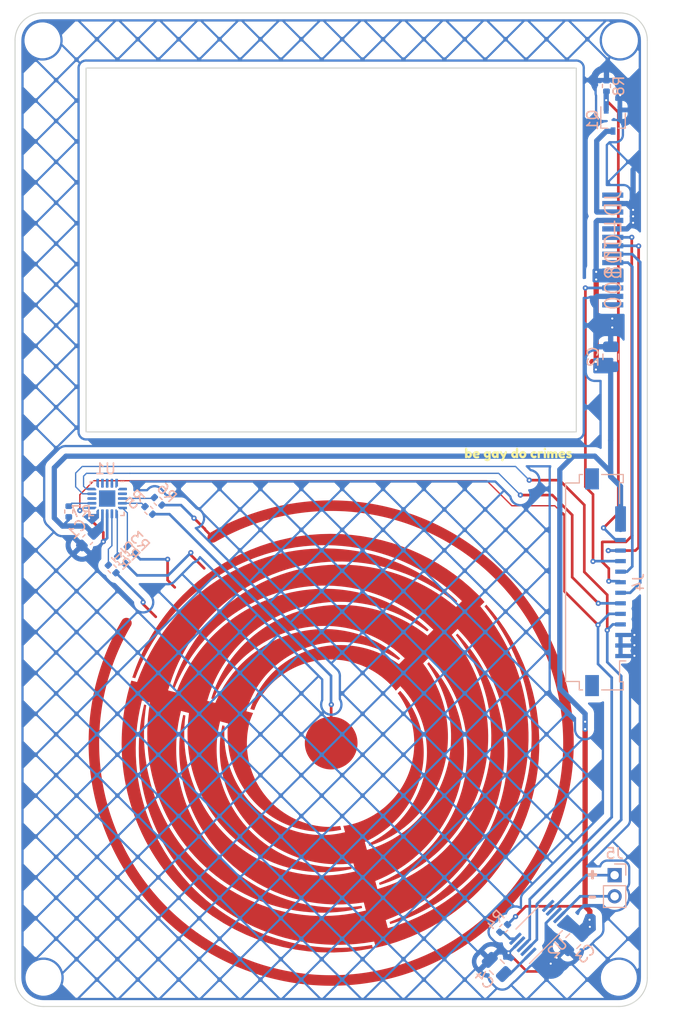
<source format=kicad_pcb>
(kicad_pcb (version 20221018) (generator pcbnew)

  (general
    (thickness 1.6)
  )

  (paper "A4")
  (layers
    (0 "F.Cu" signal)
    (31 "B.Cu" signal)
    (32 "B.Adhes" user "B.Adhesive")
    (33 "F.Adhes" user "F.Adhesive")
    (34 "B.Paste" user)
    (35 "F.Paste" user)
    (36 "B.SilkS" user "B.Silkscreen")
    (37 "F.SilkS" user "F.Silkscreen")
    (38 "B.Mask" user)
    (39 "F.Mask" user)
    (40 "Dwgs.User" user "User.Drawings")
    (41 "Cmts.User" user "User.Comments")
    (42 "Eco1.User" user "User.Eco1")
    (43 "Eco2.User" user "User.Eco2")
    (44 "Edge.Cuts" user)
    (45 "Margin" user)
    (46 "B.CrtYd" user "B.Courtyard")
    (47 "F.CrtYd" user "F.Courtyard")
    (48 "B.Fab" user)
    (49 "F.Fab" user)
    (50 "User.1" user)
    (51 "User.2" user)
    (52 "User.3" user)
    (53 "User.4" user)
    (54 "User.5" user)
    (55 "User.6" user)
    (56 "User.7" user)
    (57 "User.8" user)
    (58 "User.9" user)
  )

  (setup
    (stackup
      (layer "F.SilkS" (type "Top Silk Screen"))
      (layer "F.Paste" (type "Top Solder Paste"))
      (layer "F.Mask" (type "Top Solder Mask") (thickness 0.01))
      (layer "F.Cu" (type "copper") (thickness 0.035))
      (layer "dielectric 1" (type "core") (thickness 1.51) (material "FR4") (epsilon_r 4.5) (loss_tangent 0.02))
      (layer "B.Cu" (type "copper") (thickness 0.035))
      (layer "B.Mask" (type "Bottom Solder Mask") (thickness 0.01))
      (layer "B.Paste" (type "Bottom Solder Paste"))
      (layer "B.SilkS" (type "Bottom Silk Screen"))
      (copper_finish "None")
      (dielectric_constraints no)
    )
    (pad_to_mask_clearance 0)
    (pcbplotparams
      (layerselection 0x00010fc_ffffffff)
      (plot_on_all_layers_selection 0x0000000_00000000)
      (disableapertmacros false)
      (usegerberextensions false)
      (usegerberattributes true)
      (usegerberadvancedattributes true)
      (creategerberjobfile true)
      (dashed_line_dash_ratio 12.000000)
      (dashed_line_gap_ratio 3.000000)
      (svgprecision 6)
      (plotframeref false)
      (viasonmask false)
      (mode 1)
      (useauxorigin false)
      (hpglpennumber 1)
      (hpglpenspeed 20)
      (hpglpendiameter 15.000000)
      (dxfpolygonmode true)
      (dxfimperialunits true)
      (dxfusepcbnewfont true)
      (psnegative false)
      (psa4output false)
      (plotreference true)
      (plotvalue true)
      (plotinvisibletext false)
      (sketchpadsonfab false)
      (subtractmaskfromsilk false)
      (outputformat 1)
      (mirror false)
      (drillshape 1)
      (scaleselection 1)
      (outputdirectory "")
    )
  )

  (net 0 "")
  (net 1 "unconnected-(U1-Pad1)")
  (net 2 "unconnected-(U1-Pad2)")
  (net 3 "Net-(J3-Pad1)")
  (net 4 "Net-(J2-Pad1)")
  (net 5 "WHEEL_CH0")
  (net 6 "Net-(R2-Pad2)")
  (net 7 "Net-(R3-Pad2)")
  (net 8 "GND")
  (net 9 "+3V3")
  (net 10 "unconnected-(U1-Pad13)")
  (net 11 "Net-(R1-Pad2)")
  (net 12 "unconnected-(U1-Pad16)")
  (net 13 "unconnected-(U1-Pad17)")
  (net 14 "unconnected-(U1-Pad18)")
  (net 15 "unconnected-(U1-Pad19)")
  (net 16 "unconnected-(U1-Pad20)")
  (net 17 "DISPLAY_LED_EN")
  (net 18 "Net-(C4-Pad2)")
  (net 19 "Net-(R5-Pad2)")
  (net 20 "Net-(R6-Pad2)")
  (net 21 "Net-(R7-Pad2)")
  (net 22 "TOUCH_SCL")
  (net 23 "TOUCH_SDA")
  (net 24 "~{TOUCH_INT}")
  (net 25 "DISPLAY_DATA")
  (net 26 "DISPLAY_CLK")
  (net 27 "DISPLAY_CS")
  (net 28 "DISPLAY_DR")
  (net 29 "DISPLAY_LED")
  (net 30 "~{DISPLAY_RST}")
  (net 31 "Net-(J5-Pad1)")
  (net 32 "Net-(J5-Pad2)")
  (net 33 "Net-(R4-Pad2)")
  (net 34 "unconnected-(U2-Pad6)")

  (footprint "kibuzzard-63E2E67D" (layer "F.Cu") (at 174.975 90.525))

  (footprint "faceplate-footprints:qtouch-wheel" (layer "F.Cu") (at 157.156753 117.890948 45))

  (footprint "faceplate-footprints:qtouch-guard" (layer "F.Cu") (at 157.222993 117.885573 45))

  (footprint "MountingHole:MountingHole_2.2mm_M2" (layer "F.Cu") (at 129.925 140.125))

  (footprint "MountingHole:MountingHole_2.2mm_M2" (layer "F.Cu") (at 129.825 51.25))

  (footprint "faceplate-footprints:qtouch-button" (layer "F.Cu") (at 157.2125 117.875))

  (footprint "MountingHole:MountingHole_2.2mm_M2" (layer "F.Cu") (at 184.6 51.25))

  (footprint "MountingHole:MountingHole_2.2mm_M2" (layer "F.Cu") (at 184.5 140.125))

  (footprint "Connector_PinHeader_2.00mm:PinHeader_1x02_P2.00mm_Vertical" (layer "B.Cu") (at 184.1 130.4 180))

  (footprint "Resistor_SMD:R_0402_1005Metric" (layer "B.Cu") (at 140.800624 94.950624 135))

  (footprint "kibuzzard-63E31E57" (layer "B.Cu") (at 181.975 132.475 180))

  (footprint "Resistor_SMD:R_0402_1005Metric" (layer "B.Cu") (at 132.325 95.925 90))

  (footprint "faceplate-footprints:JD-T1800" (layer "B.Cu") (at 183.975 71.125 90))

  (footprint "Resistor_SMD:R_0402_1005Metric" (layer "B.Cu") (at 183.325 55.575 90))

  (footprint "Capacitor_SMD:C_0805_2012Metric" (layer "B.Cu") (at 180.178249 136.646751 45))

  (footprint "Resistor_SMD:R_0402_1005Metric" (layer "B.Cu") (at 137.325624 100.500624 135))

  (footprint "Package_DFN_QFN:VQFN-20-1EP_3x3mm_P0.45mm_EP1.55x1.55mm" (layer "B.Cu") (at 135.965 94.69 180))

  (footprint "Resistor_SMD:R_0402_1005Metric" (layer "B.Cu") (at 136.44 101.365 135))

  (footprint "Capacitor_SMD:C_0805_2012Metric" (layer "B.Cu") (at 183.725 81.25 -90))

  (footprint "Resistor_SMD:R_0402_1005Metric" (layer "B.Cu")
    (tstamp 61de2888-3
... [449788 chars truncated]
</source>
